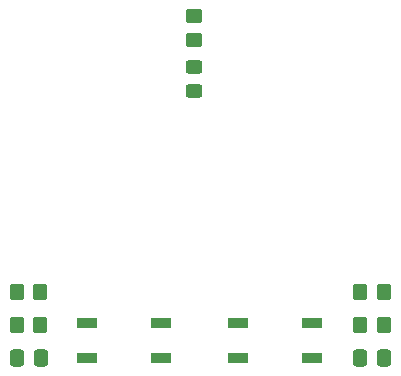
<source format=gbr>
%TF.GenerationSoftware,KiCad,Pcbnew,6.0.2+dfsg-1*%
%TF.CreationDate,2023-06-14T19:57:57+03:00*%
%TF.ProjectId,clock,636c6f63-6b2e-46b6-9963-61645f706362,rev?*%
%TF.SameCoordinates,Original*%
%TF.FileFunction,Paste,Top*%
%TF.FilePolarity,Positive*%
%FSLAX46Y46*%
G04 Gerber Fmt 4.6, Leading zero omitted, Abs format (unit mm)*
G04 Created by KiCad (PCBNEW 6.0.2+dfsg-1) date 2023-06-14 19:57:57*
%MOMM*%
%LPD*%
G01*
G04 APERTURE LIST*
G04 Aperture macros list*
%AMRoundRect*
0 Rectangle with rounded corners*
0 $1 Rounding radius*
0 $2 $3 $4 $5 $6 $7 $8 $9 X,Y pos of 4 corners*
0 Add a 4 corners polygon primitive as box body*
4,1,4,$2,$3,$4,$5,$6,$7,$8,$9,$2,$3,0*
0 Add four circle primitives for the rounded corners*
1,1,$1+$1,$2,$3*
1,1,$1+$1,$4,$5*
1,1,$1+$1,$6,$7*
1,1,$1+$1,$8,$9*
0 Add four rect primitives between the rounded corners*
20,1,$1+$1,$2,$3,$4,$5,0*
20,1,$1+$1,$4,$5,$6,$7,0*
20,1,$1+$1,$6,$7,$8,$9,0*
20,1,$1+$1,$8,$9,$2,$3,0*%
G04 Aperture macros list end*
%ADD10RoundRect,0.250000X-0.450000X0.350000X-0.450000X-0.350000X0.450000X-0.350000X0.450000X0.350000X0*%
%ADD11RoundRect,0.250000X0.450000X-0.325000X0.450000X0.325000X-0.450000X0.325000X-0.450000X-0.325000X0*%
%ADD12RoundRect,0.250000X0.337500X0.475000X-0.337500X0.475000X-0.337500X-0.475000X0.337500X-0.475000X0*%
%ADD13RoundRect,0.250000X0.350000X0.450000X-0.350000X0.450000X-0.350000X-0.450000X0.350000X-0.450000X0*%
%ADD14RoundRect,0.250000X-0.350000X-0.450000X0.350000X-0.450000X0.350000X0.450000X-0.350000X0.450000X0*%
%ADD15RoundRect,0.250000X-0.337500X-0.475000X0.337500X-0.475000X0.337500X0.475000X-0.337500X0.475000X0*%
%ADD16R,1.800000X0.900000*%
G04 APERTURE END LIST*
D10*
%TO.C,R9*%
X144300000Y-107600000D03*
X144300000Y-109600000D03*
%TD*%
D11*
%TO.C,D1*%
X144300000Y-113950000D03*
X144300000Y-111900000D03*
%TD*%
D12*
%TO.C,C1*%
X160437500Y-136600000D03*
X158362500Y-136600000D03*
%TD*%
D13*
%TO.C,R8*%
X131300000Y-133785000D03*
X129300000Y-133785000D03*
%TD*%
D14*
%TO.C,R7*%
X129300000Y-131000000D03*
X131300000Y-131000000D03*
%TD*%
%TO.C,R6*%
X158370000Y-133785000D03*
X160370000Y-133785000D03*
%TD*%
D15*
%TO.C,C2*%
X129300000Y-136600000D03*
X131375000Y-136600000D03*
%TD*%
D16*
%TO.C,SW2*%
X135230000Y-136600000D03*
X141530000Y-136600000D03*
X141530000Y-133600000D03*
X135230000Y-133600000D03*
%TD*%
%TO.C,SW1*%
X148030000Y-136600000D03*
X154330000Y-136600000D03*
X154330000Y-133600000D03*
X148030000Y-133600000D03*
%TD*%
D13*
%TO.C,R5*%
X160370000Y-131000000D03*
X158370000Y-131000000D03*
%TD*%
M02*

</source>
